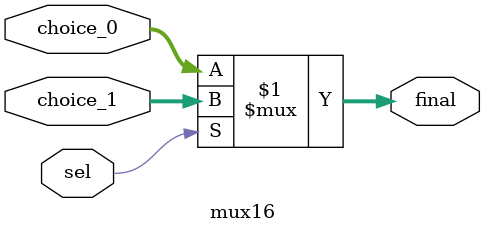
<source format=v>
`timescale 1ns / 1ps


module mux16(
    input sel,
    input [15:0] choice_0,
    input [15:0] choice_1,
    output [15:0] final
    );
    

    assign final = sel ? choice_1 : choice_0;
    
endmodule

</source>
